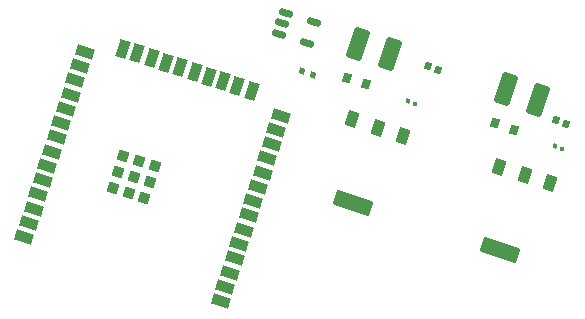
<source format=gbr>
%TF.GenerationSoftware,KiCad,Pcbnew,9.0.0*%
%TF.CreationDate,2025-08-14T13:48:37-07:00*%
%TF.ProjectId,pieceC,70696563-6543-42e6-9b69-6361645f7063,rev?*%
%TF.SameCoordinates,Original*%
%TF.FileFunction,Paste,Bot*%
%TF.FilePolarity,Positive*%
%FSLAX46Y46*%
G04 Gerber Fmt 4.6, Leading zero omitted, Abs format (unit mm)*
G04 Created by KiCad (PCBNEW 9.0.0) date 2025-08-14 13:48:37*
%MOMM*%
%LPD*%
G01*
G04 APERTURE LIST*
G04 Aperture macros list*
%AMRoundRect*
0 Rectangle with rounded corners*
0 $1 Rounding radius*
0 $2 $3 $4 $5 $6 $7 $8 $9 X,Y pos of 4 corners*
0 Add a 4 corners polygon primitive as box body*
4,1,4,$2,$3,$4,$5,$6,$7,$8,$9,$2,$3,0*
0 Add four circle primitives for the rounded corners*
1,1,$1+$1,$2,$3*
1,1,$1+$1,$4,$5*
1,1,$1+$1,$6,$7*
1,1,$1+$1,$8,$9*
0 Add four rect primitives between the rounded corners*
20,1,$1+$1,$2,$3,$4,$5,0*
20,1,$1+$1,$4,$5,$6,$7,0*
20,1,$1+$1,$6,$7,$8,$9,0*
20,1,$1+$1,$8,$9,$2,$3,0*%
%AMRotRect*
0 Rectangle, with rotation*
0 The origin of the aperture is its center*
0 $1 length*
0 $2 width*
0 $3 Rotation angle, in degrees counterclockwise*
0 Add horizontal line*
21,1,$1,$2,0,0,$3*%
G04 Aperture macros list end*
%ADD10RoundRect,0.171250X-0.855949X-0.971811X0.121261X-1.289326X0.855949X0.971811X-0.121261X1.289326X0*%
%ADD11RoundRect,0.082500X-0.114772X-0.086255X0.042153X-0.137243X0.114772X0.086255X-0.042153X0.137243X0*%
%ADD12RoundRect,0.095000X-0.122797X-0.070504X0.057904X-0.129218X0.122797X0.070504X-0.057904X0.129218X0*%
%ADD13RoundRect,0.069750X-0.556757X-0.434467X0.195053X-0.678745X0.556757X0.434467X-0.195053X0.678745X0*%
%ADD14RoundRect,0.098250X-1.619315X-0.059254X1.275225X-0.999747X1.619315X0.059254X-1.275225X0.999747X0*%
%ADD15RotRect,0.475000X0.500000X342.000000*%
%ADD16RotRect,1.500000X0.900000X342.000000*%
%ADD17RotRect,1.500000X0.900000X252.000000*%
%ADD18RotRect,0.900000X0.900000X342.000000*%
%ADD19RotRect,0.540000X0.600000X342.000000*%
%ADD20RotRect,0.655600X0.800000X342.000000*%
%ADD21RoundRect,0.147500X-0.480688X0.001094X0.389528X-0.281656X0.480688X-0.001094X-0.389528X0.281656X0*%
G04 APERTURE END LIST*
D10*
%TO.C,C3*%
X74653806Y-90397322D03*
X77356708Y-91275548D03*
%TD*%
%TO.C,C1*%
X62156642Y-86521143D03*
X64859544Y-87399369D03*
%TD*%
D11*
%TO.C,R1*%
X78838462Y-95232556D03*
D12*
X79394830Y-95413331D03*
%TD*%
D13*
%TO.C,U2*%
X74079361Y-96933502D03*
X76257281Y-97641151D03*
X78435200Y-98348800D03*
D14*
X74189957Y-104003719D03*
%TD*%
D15*
%TO.C,R5*%
X57395318Y-88837566D03*
X58369200Y-89154000D03*
%TD*%
D13*
%TO.C,U1*%
X61636804Y-92929583D03*
X63814724Y-93637232D03*
X65992643Y-94344881D03*
D14*
X61747400Y-99999800D03*
%TD*%
D16*
%TO.C,U4*%
X33885813Y-102911772D03*
X34278265Y-101703929D03*
X34670716Y-100496087D03*
X35063168Y-99288245D03*
X35455620Y-98080403D03*
X35848071Y-96872562D03*
X36240523Y-95664720D03*
X36632974Y-94456878D03*
X37025426Y-93249036D03*
X37417878Y-92041195D03*
X37810329Y-90833353D03*
X38202781Y-89625511D03*
X38595232Y-88417669D03*
X38987684Y-87209827D03*
D17*
X42265167Y-86960418D03*
X43473009Y-87352870D03*
X44680850Y-87745322D03*
X45888692Y-88137773D03*
X47096534Y-88530225D03*
X48304376Y-88922676D03*
X49512218Y-89315128D03*
X50720059Y-89707581D03*
X51927901Y-90100031D03*
X53135743Y-90492483D03*
D16*
X55631173Y-92617625D03*
X55238721Y-93825467D03*
X54846270Y-95033308D03*
X54453818Y-96241150D03*
X54061367Y-97448992D03*
X53668915Y-98656834D03*
X53276463Y-99864676D03*
X52884012Y-101072517D03*
X52491560Y-102280359D03*
X52099109Y-103488201D03*
X51706657Y-104696043D03*
X51314205Y-105903884D03*
X50921754Y-107111726D03*
X50529302Y-108319568D03*
D18*
X42267729Y-96045885D03*
X41835105Y-97377364D03*
X41402481Y-98708843D03*
X43599208Y-96478508D03*
X43166584Y-97809987D03*
X42733960Y-99141468D03*
X44930687Y-96911132D03*
X44498063Y-98242611D03*
X44065440Y-99574090D03*
%TD*%
D19*
%TO.C,R4*%
X68090268Y-88446975D03*
X68911978Y-88713965D03*
%TD*%
%TO.C,R2*%
X78934289Y-93027210D03*
X79755999Y-93294200D03*
%TD*%
D20*
%TO.C,C2*%
X61240785Y-89439061D03*
X62815355Y-89950669D03*
%TD*%
%TO.C,C4*%
X73760445Y-93284931D03*
X75335015Y-93796539D03*
%TD*%
D21*
%TO.C,U3*%
X55423248Y-85711367D03*
X55716814Y-84807864D03*
X56010380Y-83904360D03*
X58397532Y-84679993D03*
X57810400Y-86487000D03*
%TD*%
D11*
%TO.C,R3*%
X66392462Y-91422556D03*
D12*
X66948830Y-91603331D03*
%TD*%
M02*

</source>
